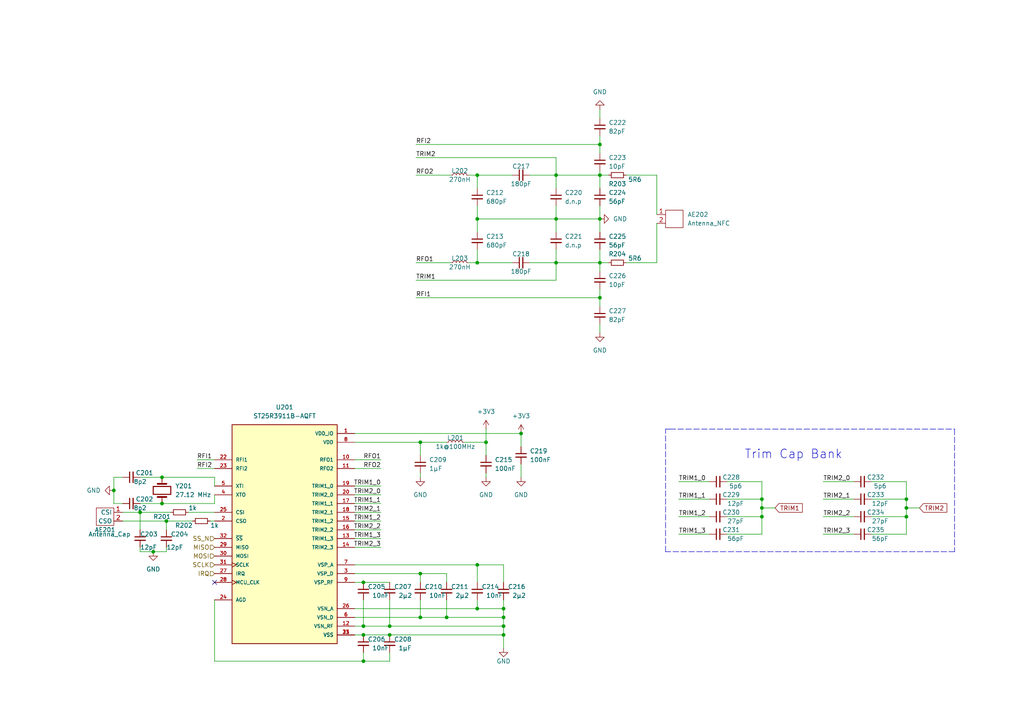
<source format=kicad_sch>
(kicad_sch (version 20211123) (generator eeschema)
  (paper "A4")
  (title_block (title "FabReader2") (date "2022-06-20") (rev "0.2") (company "RLKM UG (haftungsbeschränkt)") (comment 1 "Autoren: Joseph Langosch, Kai Kriegel"))
  (lib_symbols
    (symbol "Antenna_NFC:Antenna_Cap" (in_bom no)
      (property "Reference" "AE" (at 0 0 0))
      (property "Value" "Antenna_Cap" (at 0 2.54 0))
      (symbol "Antenna_Cap_0_1"
        (rectangle (start -1.27 -1.27) (end 3.81 -6.35))
      )
      (symbol "Antenna_Cap_1_1"
        (pin input line (at -3.81 -5.08 0) (length 2.54) (name "CSI") (number "1"))
        (pin input line (at -3.81 -2.54 0) (length 2.54) (name "CSO") (number "2"))
      )
    )
    (symbol "Antenna_NFC:Antenna_NFC" (in_bom no)
      (property "Reference" "AE" (at 0 0 0))
      (property "Value" "Antenna_NFC" (at 0 2.54 0))
      (symbol "Antenna_NFC_0_1"
        (rectangle (start 2.54 -7.62) (end -2.54 -2.54))
      )
      (symbol "Antenna_NFC_1_1"
        (pin input line (at -5.08 -3.81 0) (length 2.54) (name "") (number "1"))
        (pin input line (at -5.08 -6.35 0) (length 2.54) (name "") (number "2"))
      )
    )
    (symbol "Device:C_Small" (pin_numbers hide) (pin_names (offset 0.254) hide)
      (property "Reference" "C" (at 0.254 1.778 0))
      (property "Value" "C_Small" (at 0.254 -2.032 0))
      (symbol "C_Small_0_1"
        (polyline (pts (xy -1.524 -0.508) (xy 1.524 -0.508)) (stroke (width 0.3302)))
        (polyline (pts (xy -1.524 0.508) (xy 1.524 0.508)) (stroke (width 0.3048)))
      )
      (symbol "C_Small_1_1"
        (pin passive line (at 0 2.54 270) (length 2.032) (name "~") (number "1"))
        (pin passive line (at 0 -2.54 90) (length 2.032) (name "~") (number "2"))
      )
    )
    (symbol "Device:Crystal" (pin_numbers hide) (pin_names (offset 1.016) hide)
      (property "Reference" "Y" (at 0 3.81 0))
      (property "Value" "Crystal" (at 0 -3.81 0))
      (symbol "Crystal_0_1"
        (rectangle (start -1.143 2.54) (end 1.143 -2.54) (stroke (width 0.3048)))
        (polyline (pts (xy -2.54 0) (xy -1.905 0)))
        (polyline (pts (xy -1.905 -1.27) (xy -1.905 1.27)) (stroke (width 0.508)))
        (polyline (pts (xy 1.905 -1.27) (xy 1.905 1.27)) (stroke (width 0.508)))
        (polyline (pts (xy 2.54 0) (xy 1.905 0)))
      )
      (symbol "Crystal_1_1"
        (pin passive line (at -3.81 0 0) (length 1.27) (name "1") (number "1"))
        (pin passive line (at 3.81 0 180) (length 1.27) (name "2") (number "2"))
      )
    )
    (symbol "Device:L_Small" (pin_numbers hide) (pin_names (offset 0.254) hide)
      (property "Reference" "L" (at 0.762 1.016 0))
      (property "Value" "L_Small" (at 0.762 -1.016 0))
      (symbol "L_Small_0_1"
        (arc (start 0 -2.032) (mid 0.508 -1.524) (end 0 -1.016))
        (arc (start 0 -1.016) (mid 0.508 -0.508) (end 0 0))
        (arc (start 0 0) (mid 0.508 0.508) (end 0 1.016))
        (arc (start 0 1.016) (mid 0.508 1.524) (end 0 2.032))
      )
      (symbol "L_Small_1_1"
        (pin passive line (at 0 2.54 270) (length 0.508) (name "~") (number "1"))
        (pin passive line (at 0 -2.54 90) (length 0.508) (name "~") (number "2"))
      )
    )
    (symbol "Device:R_Small" (pin_numbers hide) (pin_names (offset 0.254) hide)
      (property "Reference" "R" (at 0.762 0.508 0))
      (property "Value" "R_Small" (at 0.762 -1.016 0))
      (symbol "R_Small_0_1"
        (rectangle (start -0.762 1.778) (end 0.762 -1.778) (stroke (width 0.2032)))
      )
      (symbol "R_Small_1_1"
        (pin passive line (at 0 2.54 270) (length 0.762) (name "~") (number "1"))
        (pin passive line (at 0 -2.54 90) (length 0.762) (name "~") (number "2"))
      )
    )
    (symbol "ST25R3911B-AQFT:ST25R3911B-AQFT" (pin_names (offset 1.016))
      (property "Reference" "U" (at -15.24 31.242 0))
      (property "Value" "ST25R3911B-AQFT" (at -15.24 -35.56 0))
      (symbol "ST25R3911B-AQFT_0_0"
        (rectangle (start -15.24 -33.02) (end 15.24 30.48) (stroke (width 0.254)) (fill (type background)))
        (pin power_in line (at 20.32 27.94 180) (length 5.08) (name "VDD_IO") (number "1"))
        (pin output line (at 20.32 20.32 180) (length 5.08) (name "RFO1") (number "10"))
        (pin output line (at 20.32 17.78 180) (length 5.08) (name "RFO2") (number "11"))
        (pin power_in line (at 20.32 -27.94 180) (length 5.08) (name "VSN_RF") (number "12"))
        (pin bidirectional line (at 20.32 -2.54 180) (length 5.08) (name "TRIM1_3") (number "13"))
        (pin bidirectional line (at 20.32 -5.08 180) (length 5.08) (name "TRIM2_3") (number "14"))
        (pin bidirectional line (at 20.32 2.54 180) (length 5.08) (name "TRIM1_2") (number "15"))
        (pin bidirectional line (at 20.32 0 180) (length 5.08) (name "TRIM2_2") (number "16"))
        (pin bidirectional line (at 20.32 7.62 180) (length 5.08) (name "TRIM1_1") (number "17"))
        (pin bidirectional line (at 20.32 5.08 180) (length 5.08) (name "TRIM2_1") (number "18"))
        (pin bidirectional line (at 20.32 12.7 180) (length 5.08) (name "TRIM1_0") (number "19"))
        (pin output line (at -20.32 2.54 0) (length 5.08) (name "CSO") (number "2"))
        (pin bidirectional line (at 20.32 10.16 180) (length 5.08) (name "TRIM2_0") (number "20"))
        (pin power_in line (at 20.32 -30.48 180) (length 5.08) (name "VSS") (number "21"))
        (pin input line (at -20.32 20.32 0) (length 5.08) (name "RFI1") (number "22"))
        (pin input line (at -20.32 17.78 0) (length 5.08) (name "RFI2") (number "23"))
        (pin bidirectional line (at -20.32 -20.32 0) (length 5.08) (name "AGD") (number "24"))
        (pin input line (at -20.32 5.08 0) (length 5.08) (name "CSI") (number "25"))
        (pin power_in line (at 20.32 -22.86 180) (length 5.08) (name "VSN_A") (number "26"))
        (pin output line (at -20.32 -12.7 0) (length 5.08) (name "IRQ") (number "27"))
        (pin output clock (at -20.32 -15.24 0) (length 5.08) (name "MCU_CLK") (number "28"))
        (pin output line (at -20.32 -5.08 0) (length 5.08) (name "MISO") (number "29"))
        (pin output line (at 20.32 -12.7 180) (length 5.08) (name "VSP_D") (number "3"))
        (pin input line (at -20.32 -7.62 0) (length 5.08) (name "MOSI") (number "30"))
        (pin input clock (at -20.32 -10.16 0) (length 5.08) (name "SCLK") (number "31"))
        (pin input line (at -20.32 -2.54 0) (length 5.08) (name "~{SS}") (number "32"))
        (pin power_in line (at 20.32 -30.48 180) (length 5.08) (name "VSS") (number "33"))
        (pin output line (at -20.32 10.16 0) (length 5.08) (name "XTO") (number "4"))
        (pin input line (at -20.32 12.7 0) (length 5.08) (name "XTI") (number "5"))
        (pin power_in line (at 20.32 -25.4 180) (length 5.08) (name "VSN_D") (number "6"))
        (pin output line (at 20.32 -10.16 180) (length 5.08) (name "VSP_A") (number "7"))
        (pin power_in line (at 20.32 25.4 180) (length 5.08) (name "VDD") (number "8"))
        (pin output line (at 20.32 -15.24 180) (length 5.08) (name "VSP_RF") (number "9"))
      )
    )
    (symbol "power:+3V3" (power) (pin_names (offset 0))
      (property "Value" "+3V3" (at 0 3.556 0))
      (symbol "+3V3_0_1"
        (polyline (pts (xy -0.762 1.27) (xy 0 2.54)))
        (polyline (pts (xy 0 0) (xy 0 2.54)))
        (polyline (pts (xy 0 2.54) (xy 0.762 1.27)))
      )
      (symbol "+3V3_1_1"
        (pin power_in line (at 0 0 90) (length 0) hide (name "+3V3") (number "1"))
      )
    )
    (symbol "power:GND" (power) (pin_names (offset 0))
      (property "Value" "GND" (at 0 -3.81 0))
      (symbol "GND_0_1"
        (polyline (pts (xy 0 0) (xy 0 -1.27) (xy 1.27 -1.27) (xy 0 -2.54) (xy -1.27 -1.27) (xy 0 -1.27)))
      )
      (symbol "GND_1_1"
        (pin power_in line (at 0 0 270) (length 0) hide (name "GND") (number "1"))
      )
    )
  )
  (junction (at 173.99 41.91))
  (junction (at 220.98 149.86))
  (junction (at 48.26 151.13))
  (junction (at 220.98 144.78))
  (junction (at 46.99 146.05))
  (junction (at 121.92 166.37))
  (junction (at 173.99 76.2))
  (junction (at 173.99 63.5))
  (junction (at 161.29 50.8))
  (junction (at 146.05 181.61))
  (junction (at 121.92 128.27))
  (junction (at 146.05 176.53))
  (junction (at 33.02 142.24))
  (junction (at 262.89 149.86))
  (junction (at 220.98 147.32))
  (junction (at 138.43 50.8))
  (junction (at 146.05 179.07))
  (junction (at 105.41 191.77))
  (junction (at 138.43 163.83))
  (junction (at 113.03 184.15))
  (junction (at 151.13 125.73))
  (junction (at 161.29 63.5))
  (junction (at 173.99 50.8))
  (junction (at 138.43 63.5))
  (junction (at 138.43 76.2))
  (junction (at 105.41 181.61))
  (junction (at 105.41 168.91))
  (junction (at 140.97 128.27))
  (junction (at 105.41 184.15))
  (junction (at 138.43 176.53))
  (junction (at 121.92 179.07))
  (junction (at 129.54 179.07))
  (junction (at 161.29 76.2))
  (junction (at 146.05 184.15))
  (junction (at 173.99 86.36))
  (junction (at 113.03 181.61))
  (junction (at 44.45 160.02))
  (junction (at 46.99 138.43))
  (junction (at 40.64 148.59))
  (junction (at 262.89 144.78))
  (junction (at 262.89 147.32))
  (no_connect (at 62.23 168.91))
  (wire (pts (xy 196.85 149.86) (xy 205.74 149.86)))
  (wire (pts (xy 54.61 148.59) (xy 62.23 148.59)))
  (wire (pts (xy 113.03 181.61) (xy 146.05 181.61)))
  (wire (pts (xy 262.89 144.78) (xy 262.89 139.7)))
  (wire (pts (xy 105.41 173.99) (xy 105.41 181.61)))
  (wire (pts (xy 210.82 149.86) (xy 220.98 149.86)))
  (wire (pts (xy 33.02 146.05) (xy 35.56 146.05)))
  (wire (pts (xy 110.49 146.05) (xy 102.87 146.05)))
  (wire (pts (xy 120.65 50.8) (xy 130.81 50.8)))
  (wire (pts (xy 161.29 76.2) (xy 173.99 76.2)))
  (wire (pts (xy 146.05 168.91) (xy 146.05 163.83)))
  (wire (pts (xy 238.76 149.86) (xy 247.65 149.86)))
  (wire (pts (xy 40.64 138.43) (xy 46.99 138.43)))
  (wire (pts (xy 110.49 156.21) (xy 102.87 156.21)))
  (wire (pts (xy 121.92 132.08) (xy 121.92 128.27)))
  (wire (pts (xy 129.54 179.07) (xy 146.05 179.07)))
  (wire (pts (xy 129.54 173.99) (xy 129.54 179.07)))
  (wire (pts (xy 173.99 39.37) (xy 173.99 41.91)))
  (wire (pts (xy 120.65 45.72) (xy 161.29 45.72)))
  (wire (pts (xy 138.43 76.2) (xy 148.59 76.2)))
  (wire (pts (xy 140.97 128.27) (xy 134.62 128.27)))
  (wire (pts (xy 220.98 147.32) (xy 224.79 147.32)))
  (wire (pts (xy 138.43 176.53) (xy 146.05 176.53)))
  (wire (pts (xy 35.56 148.59) (xy 40.64 148.59)))
  (wire (pts (xy 40.64 158.75) (xy 40.64 160.02)))
  (wire (pts (xy 102.87 168.91) (xy 105.41 168.91)))
  (wire (pts (xy 220.98 154.94) (xy 220.98 149.86)))
  (wire (pts (xy 146.05 173.99) (xy 146.05 176.53)))
  (wire (pts (xy 110.49 151.13) (xy 102.87 151.13)))
  (wire (pts (xy 151.13 134.62) (xy 151.13 138.43)))
  (wire (pts (xy 238.76 144.78) (xy 247.65 144.78)))
  (wire (pts (xy 138.43 63.5) (xy 161.29 63.5)))
  (wire (pts (xy 57.15 133.35) (xy 62.23 133.35)))
  (wire (pts (xy 252.73 154.94) (xy 262.89 154.94)))
  (wire (pts (xy 135.89 76.2) (xy 138.43 76.2)))
  (wire (pts (xy 33.02 138.43) (xy 35.56 138.43)))
  (wire (pts (xy 190.5 50.8) (xy 181.61 50.8)))
  (wire (pts (xy 153.67 50.8) (xy 161.29 50.8)))
  (wire (pts (xy 146.05 181.61) (xy 146.05 184.15)))
  (wire (pts (xy 140.97 132.08) (xy 140.97 128.27)))
  (wire (pts (xy 196.85 139.7) (xy 205.74 139.7)))
  (wire (pts (xy 151.13 129.54) (xy 151.13 125.73)))
  (wire (pts (xy 113.03 184.15) (xy 146.05 184.15)))
  (wire (pts (xy 138.43 50.8) (xy 138.43 54.61)))
  (wire (pts (xy 129.54 166.37) (xy 121.92 166.37)))
  (wire (pts (xy 161.29 50.8) (xy 161.29 54.61)))
  (wire (pts (xy 173.99 72.39) (xy 173.99 76.2)))
  (wire (pts (xy 190.5 64.77) (xy 190.5 76.2)))
  (wire (pts (xy 173.99 59.69) (xy 173.99 63.5)))
  (wire (pts (xy 121.92 179.07) (xy 129.54 179.07)))
  (wire (pts (xy 161.29 63.5) (xy 161.29 67.31)))
  (wire (pts (xy 113.03 191.77) (xy 105.41 191.77)))
  (wire (pts (xy 46.99 146.05) (xy 62.23 146.05)))
  (wire (pts (xy 262.89 154.94) (xy 262.89 149.86)))
  (wire (pts (xy 140.97 124.46) (xy 140.97 128.27)))
  (wire (pts (xy 48.26 151.13) (xy 55.88 151.13)))
  (wire (pts (xy 173.99 63.5) (xy 173.99 67.31)))
  (wire (pts (xy 102.87 179.07) (xy 121.92 179.07)))
  (wire (pts (xy 110.49 158.75) (xy 102.87 158.75)))
  (wire (pts (xy 129.54 168.91) (xy 129.54 166.37)))
  (wire (pts (xy 40.64 160.02) (xy 44.45 160.02)))
  (wire (pts (xy 173.99 50.8) (xy 173.99 49.53)))
  (wire (pts (xy 238.76 154.94) (xy 247.65 154.94)))
  (wire (pts (xy 140.97 137.16) (xy 140.97 138.43)))
  (wire (pts (xy 262.89 149.86) (xy 262.89 147.32)))
  (wire (pts (xy 102.87 176.53) (xy 138.43 176.53)))
  (wire (pts (xy 252.73 149.86) (xy 262.89 149.86)))
  (polyline (pts (xy 194.31 124.46) (xy 276.86 124.46)))
  (wire (pts (xy 173.99 50.8) (xy 173.99 54.61)))
  (polyline (pts (xy 276.86 160.02) (xy 193.04 160.02)))
  (polyline (pts (xy 276.86 124.46) (xy 276.86 160.02)))
  (wire (pts (xy 113.03 189.23) (xy 113.03 191.77)))
  (wire (pts (xy 262.89 139.7) (xy 252.73 139.7)))
  (wire (pts (xy 60.96 151.13) (xy 62.23 151.13)))
  (wire (pts (xy 176.53 76.2) (xy 173.99 76.2)))
  (wire (pts (xy 196.85 154.94) (xy 205.74 154.94)))
  (wire (pts (xy 173.99 86.36) (xy 173.99 88.9)))
  (wire (pts (xy 120.65 81.28) (xy 161.29 81.28)))
  (wire (pts (xy 102.87 184.15) (xy 105.41 184.15)))
  (wire (pts (xy 161.29 59.69) (xy 161.29 63.5)))
  (wire (pts (xy 105.41 181.61) (xy 113.03 181.61)))
  (wire (pts (xy 110.49 140.97) (xy 102.87 140.97)))
  (wire (pts (xy 161.29 76.2) (xy 161.29 81.28)))
  (wire (pts (xy 173.99 93.98) (xy 173.99 96.52)))
  (wire (pts (xy 238.76 139.7) (xy 247.65 139.7)))
  (wire (pts (xy 120.65 76.2) (xy 130.81 76.2)))
  (wire (pts (xy 62.23 191.77) (xy 62.23 173.99)))
  (wire (pts (xy 113.03 173.99) (xy 113.03 181.61)))
  (wire (pts (xy 40.64 148.59) (xy 40.64 153.67)))
  (wire (pts (xy 110.49 153.67) (xy 102.87 153.67)))
  (wire (pts (xy 220.98 149.86) (xy 220.98 147.32)))
  (wire (pts (xy 121.92 173.99) (xy 121.92 179.07)))
  (polyline (pts (xy 193.04 160.02) (xy 193.04 124.46)))
  (wire (pts (xy 62.23 146.05) (xy 62.23 143.51)))
  (wire (pts (xy 57.15 135.89) (xy 62.23 135.89)))
  (wire (pts (xy 102.87 133.35) (xy 110.49 133.35)))
  (wire (pts (xy 138.43 50.8) (xy 148.59 50.8)))
  (wire (pts (xy 262.89 147.32) (xy 262.89 144.78)))
  (wire (pts (xy 105.41 191.77) (xy 62.23 191.77)))
  (wire (pts (xy 33.02 142.24) (xy 33.02 146.05)))
  (wire (pts (xy 35.56 151.13) (xy 48.26 151.13)))
  (wire (pts (xy 102.87 181.61) (xy 105.41 181.61)))
  (wire (pts (xy 44.45 160.02) (xy 48.26 160.02)))
  (wire (pts (xy 210.82 144.78) (xy 220.98 144.78)))
  (wire (pts (xy 252.73 144.78) (xy 262.89 144.78)))
  (wire (pts (xy 173.99 41.91) (xy 173.99 44.45)))
  (wire (pts (xy 40.64 148.59) (xy 49.53 148.59)))
  (wire (pts (xy 153.67 76.2) (xy 161.29 76.2)))
  (wire (pts (xy 138.43 163.83) (xy 138.43 168.91)))
  (wire (pts (xy 161.29 72.39) (xy 161.29 76.2)))
  (wire (pts (xy 181.61 76.2) (xy 190.5 76.2)))
  (wire (pts (xy 135.89 50.8) (xy 138.43 50.8)))
  (wire (pts (xy 46.99 138.43) (xy 62.23 138.43)))
  (wire (pts (xy 105.41 189.23) (xy 105.41 191.77)))
  (wire (pts (xy 110.49 148.59) (xy 102.87 148.59)))
  (wire (pts (xy 105.41 184.15) (xy 113.03 184.15)))
  (wire (pts (xy 62.23 140.97) (xy 62.23 138.43)))
  (wire (pts (xy 33.02 138.43) (xy 33.02 142.24)))
  (wire (pts (xy 210.82 154.94) (xy 220.98 154.94)))
  (wire (pts (xy 196.85 144.78) (xy 205.74 144.78)))
  (wire (pts (xy 161.29 50.8) (xy 161.29 45.72)))
  (wire (pts (xy 146.05 163.83) (xy 138.43 163.83)))
  (wire (pts (xy 138.43 173.99) (xy 138.43 176.53)))
  (wire (pts (xy 120.65 41.91) (xy 173.99 41.91)))
  (wire (pts (xy 121.92 137.16) (xy 121.92 138.43)))
  (wire (pts (xy 161.29 50.8) (xy 173.99 50.8)))
  (wire (pts (xy 102.87 128.27) (xy 121.92 128.27)))
  (wire (pts (xy 102.87 166.37) (xy 121.92 166.37)))
  (wire (pts (xy 146.05 176.53) (xy 146.05 179.07)))
  (wire (pts (xy 173.99 31.75) (xy 173.99 34.29)))
  (wire (pts (xy 102.87 163.83) (xy 138.43 163.83)))
  (wire (pts (xy 220.98 139.7) (xy 210.82 139.7)))
  (wire (pts (xy 173.99 76.2) (xy 173.99 78.74)))
  (wire (pts (xy 110.49 143.51) (xy 102.87 143.51)))
  (wire (pts (xy 220.98 147.32) (xy 220.98 144.78)))
  (wire (pts (xy 102.87 135.89) (xy 110.49 135.89)))
  (wire (pts (xy 138.43 63.5) (xy 138.43 67.31)))
  (wire (pts (xy 121.92 128.27) (xy 129.54 128.27)))
  (wire (pts (xy 190.5 50.8) (xy 190.5 62.23)))
  (wire (pts (xy 138.43 72.39) (xy 138.43 76.2)))
  (wire (pts (xy 146.05 184.15) (xy 146.05 187.96)))
  (wire (pts (xy 176.53 50.8) (xy 173.99 50.8)))
  (wire (pts (xy 105.41 168.91) (xy 113.03 168.91)))
  (wire (pts (xy 120.65 86.36) (xy 173.99 86.36)))
  (wire (pts (xy 220.98 144.78) (xy 220.98 139.7)))
  (wire (pts (xy 121.92 168.91) (xy 121.92 166.37)))
  (wire (pts (xy 173.99 83.82) (xy 173.99 86.36)))
  (wire (pts (xy 48.26 160.02) (xy 48.26 158.75)))
  (wire (pts (xy 146.05 179.07) (xy 146.05 181.61)))
  (wire (pts (xy 40.64 146.05) (xy 46.99 146.05)))
  (polyline (pts (xy 193.04 124.46) (xy 194.31 124.46)))
  (wire (pts (xy 262.89 147.32) (xy 266.7 147.32)))
  (wire (pts (xy 138.43 59.69) (xy 138.43 63.5)))
  (wire (pts (xy 48.26 153.67) (xy 48.26 151.13)))
  (wire (pts (xy 102.87 125.73) (xy 151.13 125.73)))
  (wire (pts (xy 161.29 63.5) (xy 173.99 63.5)))
  (text "Trim Cap Bank\n" (at 215.9 133.35 0) (effects (font (size 2.54 2.54)) (justify left bottom)))
  (label "TRIM1_2" (at 110.49 151.13 180))
  (label "RFO1" (at 110.49 133.35 180))
  (label "TRIM1_3" (at 196.85 154.94 0))
  (label "TRIM2_0" (at 238.76 139.7 0))
  (label "TRIM2" (at 120.65 45.72 0))
  (label "RFI1" (at 120.65 86.36 0))
  (label "TRIM2_1" (at 110.49 148.59 180))
  (label "TRIM2_3" (at 110.49 158.75 180))
  (label "TRIM1_0" (at 110.49 140.97 180))
  (label "TRIM2_3" (at 238.76 154.94 0))
  (label "TRIM1_1" (at 110.49 146.05 180))
  (label "TRIM1_0" (at 196.85 139.7 0))
  (label "RFI2" (at 120.65 41.91 0))
  (label "RFI2" (at 57.15 135.89 0))
  (label "TRIM2_0" (at 110.49 143.51 180))
  (label "TRIM1_3" (at 110.49 156.21 180))
  (label "TRIM1_1" (at 196.85 144.78 0))
  (label "RFO2" (at 120.65 50.8 0))
  (label "TRIM2_1" (at 238.76 144.78 0))
  (label "TRIM1_2" (at 196.85 149.86 0))
  (label "TRIM2_2" (at 110.49 153.67 180))
  (label "RFO2" (at 110.49 135.89 180))
  (label "RFI1" (at 57.15 133.35 0))
  (label "TRIM1" (at 120.65 81.28 0))
  (label "RFO1" (at 120.65 76.2 0))
  (label "TRIM2_2" (at 238.76 149.86 0))
  (global_label "TRIM2" (shape input) (at 266.7 147.32 0) (property "Intersheet References" "${INTERSHEET_REFS}" (effects hide)))
  (global_label "TRIM1" (shape input) (at 224.79 147.32 0) (property "Intersheet References" "${INTERSHEET_REFS}" (effects hide)))
  (hierarchical_label "SCLK" (shape input) (at 62.23 163.83 180))
  (hierarchical_label "IRQ" (shape input) (at 62.23 166.37 180))
  (hierarchical_label "MOSI" (shape input) (at 62.23 161.29 180))
  (hierarchical_label "SS_N" (shape input) (at 62.23 156.21 180))
  (hierarchical_label "MISO" (shape input) (at 62.23 158.75 180))
  (symbol (lib_id "Device:C_Small") (at 173.99 46.99 0) (unit 1)
    (property "Reference" "C223" (at 176.53 45.7262 0) (effects (justify left)))
    (property "Value" "10pF" (at 176.53 48.2662 0) (effects (justify left)))
    (property "Footprint" "Capacitor_SMD:C_0603_1608Metric" (effects hide))
    (property "Datasheet" "https://datasheet.lcsc.com/lcsc/1811082051_YAGEO-CC0603GRNPO9BN100_C325468.pdf" (effects hide))
    (property "MANUFACTURER" "YAGEO" (effects hide))
    (property "MPN" "CC0603GRNPO9BN100" (effects hide))
    (property "Type" "C0G (NP0)" (effects hide))
  )
  (symbol (lib_id "Device:C_Small") (at 38.1 138.43 90) (unit 1)
    (property "Reference" "C201" (at 41.91 137.16 90))
    (property "Value" "8p2" (at 40.64 139.7 90))
    (property "Footprint" "Capacitor_SMD:C_0402_1005Metric" (effects hide))
    (property "Datasheet" "https://datasheet.lcsc.com/lcsc/1811081615_Murata-Electronics-GRM1555C1H8R2CA01D_C76984.pdf" (effects hide))
    (property "MANUFACTURER" "Murata Electronics" (effects hide))
    (property "MPN" "GRM1555C1H8R2CA01D" (effects hide))
    (property "Type" "C0G (NP0)" (effects hide))
  )
  (symbol (lib_id "power:GND") (at 173.99 63.5 90) (unit 1)
    (property "Reference" "#PWR0210" (effects hide))
    (property "Value" "GND" (at 177.8 63.4999 90) (effects (justify right)))
  )
  (symbol (lib_id "Device:C_Small") (at 138.43 171.45 0) (unit 1)
    (property "Reference" "C214" (at 139.7 170.18 0) (effects (justify left)))
    (property "Value" "10nF" (at 140.97 172.7262 0) (effects (justify left)))
    (property "Footprint" "Capacitor_SMD:C_0402_1005Metric" (effects hide))
    (property "Datasheet" "https://datasheet.lcsc.com/lcsc/1810191223_Samsung-Electro-Mechanics-CL05B103KB5NNNC_C15195.pdf" (effects hide))
    (property "Type" "X7R" (effects hide))
    (property "MANUFACTURER" "Samsung Electro-Mechanics" (effects hide))
    (property "MPN" "CL05B103KB5NNNC" (effects hide))
  )
  (symbol (lib_id "Device:C_Small") (at 121.92 171.45 0) (unit 1)
    (property "Reference" "C210" (at 123.19 170.18 0) (effects (justify left)))
    (property "Value" "10nF" (at 124.46 172.7262 0) (effects (justify left)))
    (property "Footprint" "Capacitor_SMD:C_0402_1005Metric" (effects hide))
    (property "Datasheet" "https://datasheet.lcsc.com/lcsc/1810191223_Samsung-Electro-Mechanics-CL05B103KB5NNNC_C15195.pdf" (effects hide))
    (property "Type" "X7R" (effects hide))
    (property "MANUFACTURER" "Samsung Electro-Mechanics" (effects hide))
    (property "MPN" "CL05B103KB5NNNC" (effects hide))
  )
  (symbol (lib_id "power:GND") (at 44.45 160.02 0) (unit 1)
    (property "Reference" "#PWR0202" (effects hide))
    (property "Value" "GND" (at 44.45 165.1 0))
  )
  (symbol (lib_id "Device:C_Small") (at 151.13 50.8 90) (unit 1)
    (property "Reference" "C217" (at 151.13 48.26 90))
    (property "Value" "180pF" (at 151.13 53.34 90))
    (property "Footprint" "Capacitor_SMD:C_0603_1608Metric" (effects hide))
    (property "Datasheet" "https://datasheet.lcsc.com/lcsc/2110272130_Walsin-Tech-Corp-0603N181G500CT_C2909436.pdf" (effects hide))
    (property "MANUFACTURER" "Walsin Tech Corp" (effects hide))
    (property "MPN" "0603N181G500CT" (effects hide))
    (property "Type" "C0G (NP0)" (effects hide))
  )
  (symbol (lib_id "Device:C_Small") (at 146.05 171.45 0) (unit 1)
    (property "Reference" "C216" (at 147.32 170.18 0) (effects (justify left)))
    (property "Value" "2µ2" (at 148.59 172.7262 0) (effects (justify left)))
    (property "Footprint" "Capacitor_SMD:C_0402_1005Metric" (effects hide))
    (property "Datasheet" "https://datasheet.lcsc.com/lcsc/1811021410_Samsung-Electro-Mechanics-CL05A225MQ5NSNC_C12530.pdf" (effects hide))
    (property "Type" "X5R" (effects hide))
    (property "MANUFACTURER" "Samsung Electro-Mechanics" (effects hide))
    (property "MPN" "CL05A225MQ5NSNC" (effects hide))
  )
  (symbol (lib_id "Device:C_Small") (at 138.43 57.15 0) (unit 1)
    (property "Reference" "C212" (at 140.97 55.8862 0) (effects (justify left)))
    (property "Value" "680pF" (at 140.97 58.4262 0) (effects (justify left)))
    (property "Footprint" "Capacitor_SMD:C_0603_1608Metric" (effects hide))
    (property "Datasheet" "https://datasheet.lcsc.com/lcsc/1811151147_Walsin-Tech-Corp-0603N681G500CT_C303827.pdf" (effects hide))
    (property "MANUFACTURER" "Walsin Tech Corp" (effects hide))
    (property "MPN" "0603N681G500CT" (effects hide))
    (property "Type" "C0G (NP0)" (effects hide))
  )
  (symbol (lib_id "Device:C_Small") (at 121.92 134.62 0) (unit 1)
    (property "Reference" "C209" (at 124.46 133.3562 0) (effects (justify left)))
    (property "Value" "1µF" (at 124.46 135.8962 0) (effects (justify left)))
    (property "Footprint" "Capacitor_SMD:C_0402_1005Metric" (effects hide))
    (property "Datasheet" "https://datasheet.lcsc.com/lcsc/1811081616_Murata-Electronics-GRM155R61E105KA12D_C77009.pdf" (effects hide))
    (property "Type" "X5R" (effects hide))
    (property "MANUFACTURER" "Murata Electronics" (effects hide))
    (property "MPN" "GRM155R61E105KA12D" (effects hide))
  )
  (symbol (lib_id "Device:C_Small") (at 151.13 76.2 90) (unit 1)
    (property "Reference" "C218" (at 151.13 73.66 90))
    (property "Value" "180pF" (at 151.13 78.74 90))
    (property "Footprint" "Capacitor_SMD:C_0603_1608Metric" (effects hide))
    (property "Datasheet" "https://datasheet.lcsc.com/lcsc/2110272130_Walsin-Tech-Corp-0603N181G500CT_C2909436.pdf" (effects hide))
    (property "MANUFACTURER" "Walsin Tech Corp" (effects hide))
    (property "MPN" "0603N181G500CT" (effects hide))
    (property "Type" "C0G (NP0)" (effects hide))
  )
  (symbol (lib_id "power:GND") (at 151.13 138.43 0) (unit 1)
    (property "Reference" "#PWR0208" (effects hide))
    (property "Value" "GND" (at 151.13 143.51 0))
  )
  (symbol (lib_id "Device:C_Small") (at 113.03 186.69 0) (unit 1)
    (property "Reference" "C208" (at 114.3 185.42 0) (effects (justify left)))
    (property "Value" "1µF" (at 115.57 187.9662 0) (effects (justify left)))
    (property "Footprint" "Capacitor_SMD:C_0402_1005Metric" (effects hide))
    (property "Datasheet" "https://datasheet.lcsc.com/lcsc/1811081616_Murata-Electronics-GRM155R61E105KA12D_C77009.pdf" (effects hide))
    (property "Type" "X5R" (effects hide))
    (property "MANUFACTURER" "Murata Electronics" (effects hide))
    (property "MPN" "GRM155R61E105KA12D" (effects hide))
  )
  (symbol (lib_id "Device:C_Small") (at 105.41 186.69 0) (unit 1)
    (property "Reference" "C206" (at 106.68 185.42 0) (effects (justify left)))
    (property "Value" "10nF" (at 107.95 187.9662 0) (effects (justify left)))
    (property "Footprint" "Capacitor_SMD:C_0402_1005Metric" (effects hide))
    (property "Datasheet" "https://datasheet.lcsc.com/lcsc/1810191223_Samsung-Electro-Mechanics-CL05B103KB5NNNC_C15195.pdf" (effects hide))
    (property "Type" "X7R" (effects hide))
    (property "MANUFACTURER" "Samsung Electro-Mechanics" (effects hide))
    (property "MPN" "CL05B103KB5NNNC" (effects hide))
  )
  (symbol (lib_id "Device:R_Small") (at 179.07 50.8 90) (unit 1)
    (property "Reference" "R203" (at 179.07 53.34 90))
    (property "Value" "5R6" (at 184.15 52.07 90))
    (property "Footprint" "Resistor_SMD:R_0603_1608Metric" (effects hide))
    (property "Datasheet" "https://datasheet.lcsc.com/lcsc/2206010116_UNI-ROYAL-Uniroyal-Elec-0603WAF560KT5E_C23191.pdf" (effects hide))
    (property "MANUFACTURER" "UNI-ROYAL(Uniroyal Elec)" (effects hide))
    (property "MPN" "0603WAF560KT5E" (effects hide))
  )
  (symbol (lib_id "Device:C_Small") (at 208.28 144.78 90) (unit 1)
    (property "Reference" "C229" (at 212.09 143.51 90))
    (property "Value" "12pF" (at 213.36 146.05 90))
    (property "Footprint" "Capacitor_SMD:C_0402_1005Metric" (effects hide))
    (property "Datasheet" "https://datasheet.lcsc.com/lcsc/1811081530_Murata-Electronics-GJM1555C1H120GB01D_C161305.pdf" (effects hide))
    (property "MANUFACTURER" "Murata Electronics" (effects hide))
    (property "MPN" "GJM1555C1H120GB01D" (effects hide))
    (property "Type" "C0G (NP0)" (effects hide))
  )
  (symbol (lib_id "Device:C_Small") (at 138.43 69.85 0) (unit 1)
    (property "Reference" "C213" (at 140.97 68.5862 0) (effects (justify left)))
    (property "Value" "680pF" (at 140.97 71.1262 0) (effects (justify left)))
    (property "Footprint" "Capacitor_SMD:C_0603_1608Metric" (effects hide))
    (property "Datasheet" "https://datasheet.lcsc.com/lcsc/1811151147_Walsin-Tech-Corp-0603N681G500CT_C303827.pdf" (effects hide))
    (property "MANUFACTURER" "Walsin Tech Corp" (effects hide))
    (property "MPN" "0603N681G500CT" (effects hide))
    (property "Type" "C0G (NP0)" (effects hide))
  )
  (symbol (lib_id "power:GND") (at 33.02 142.24 270) (unit 1)
    (property "Reference" "#PWR0201" (effects hide))
    (property "Value" "GND" (at 29.21 142.2399 90) (effects (justify right)))
  )
  (symbol (lib_id "Device:C_Small") (at 140.97 134.62 0) (unit 1)
    (property "Reference" "C215" (at 143.51 133.3562 0) (effects (justify left)))
    (property "Value" "100nF" (at 143.51 135.8962 0) (effects (justify left)))
    (property "Footprint" "Capacitor_SMD:C_0402_1005Metric" (effects hide))
    (property "Datasheet" "https://datasheet.lcsc.com/lcsc/2006151134_YAGEO-CC0402KRX5R5BB104_C541405.pdf" (effects hide))
    (property "Type" "X5R" (effects hide))
    (property "MANUFACTURER" "YAGEO" (effects hide))
    (property "MPN" "CC0402KRX5R5BB104" (effects hide))
  )
  (symbol (lib_id "power:GND") (at 173.99 96.52 0) (unit 1)
    (property "Reference" "#PWR0211" (effects hide))
    (property "Value" "GND" (at 173.99 101.6 0))
  )
  (symbol (lib_id "Device:C_Small") (at 151.13 132.08 0) (unit 1)
    (property "Reference" "C219" (at 153.67 130.8162 0) (effects (justify left)))
    (property "Value" "100nF" (at 153.67 133.3562 0) (effects (justify left)))
    (property "Footprint" "Capacitor_SMD:C_0402_1005Metric" (effects hide))
    (property "Datasheet" "https://datasheet.lcsc.com/lcsc/2006151134_YAGEO-CC0402KRX5R5BB104_C541405.pdf" (effects hide))
    (property "Type" "X5R" (effects hide))
    (property "MANUFACTURER" "YAGEO" (effects hide))
    (property "MPN" "CC0402KRX5R5BB104" (effects hide))
  )
  (symbol (lib_id "Device:C_Small") (at 208.28 154.94 90) (unit 1)
    (property "Reference" "C231" (at 212.09 153.67 90))
    (property "Value" "56pF" (at 213.36 156.21 90))
    (property "Footprint" "Capacitor_SMD:C_0402_1005Metric" (effects hide))
    (property "Datasheet" "https://datasheet.lcsc.com/lcsc/2005261832_YAGEO-CC0402GRNPO9BN560_C526989.pdf" (effects hide))
    (property "MANUFACTURER" "YAGEO" (effects hide))
    (property "MPN" "CC0402GRNPO9BN560" (effects hide))
    (property "Type" "C0G (NP0)" (effects hide))
  )
  (symbol (lib_id "Device:C_Small") (at 113.03 171.45 0) (unit 1)
    (property "Reference" "C207" (at 114.3 170.18 0) (effects (justify left)))
    (property "Value" "2µ2" (at 115.57 172.7262 0) (effects (justify left)))
    (property "Footprint" "Capacitor_SMD:C_0402_1005Metric" (effects hide))
    (property "Datasheet" "https://datasheet.lcsc.com/lcsc/1811021410_Samsung-Electro-Mechanics-CL05A225MQ5NSNC_C12530.pdf" (effects hide))
    (property "Type" "X5R" (effects hide))
    (property "MANUFACTURER" "Samsung Electro-Mechanics" (effects hide))
    (property "MPN" "CL05A225MQ5NSNC" (effects hide))
  )
  (symbol (lib_id "Device:C_Small") (at 38.1 146.05 90) (unit 1)
    (property "Reference" "C202" (at 41.91 144.78 90))
    (property "Value" "8p2" (at 40.64 147.32 90))
    (property "Footprint" "Capacitor_SMD:C_0402_1005Metric" (effects hide))
    (property "Datasheet" "https://datasheet.lcsc.com/lcsc/1811081615_Murata-Electronics-GRM1555C1H8R2CA01D_C76984.pdf" (effects hide))
    (property "MANUFACTURER" "Murata Electronics" (effects hide))
    (property "MPN" "GRM1555C1H8R2CA01D" (effects hide))
    (property "Type" "C0G (NP0)" (effects hide))
  )
  (symbol (lib_id "Device:L_Small") (at 133.35 76.2 90) (unit 1)
    (property "Reference" "L203" (at 133.35 74.93 90))
    (property "Value" "270nH" (at 133.35 77.47 90))
    (property "Footprint" "Inductor_SMD:L_0603_1608Metric" (effects hide))
    (property "Datasheet" "https://datasheet.lcsc.com/lcsc/2105241313_Murata-Electronics-LQW18ANR27G80D_C668477.pdf" (effects hide))
    (property "MANUFACTURER" "Murata Electronics" (effects hide))
    (property "MPN" "LQW18ANR27G80D" (effects hide))
  )
  (symbol (lib_id "power:+3V3") (at 140.97 124.46 0) (unit 1)
    (property "Reference" "#PWR0204" (effects hide))
    (property "Value" "+3V3" (at 140.97 119.38 0))
  )
  (symbol (lib_id "Device:L_Small") (at 133.35 50.8 90) (unit 1)
    (property "Reference" "L202" (at 133.35 49.53 90))
    (property "Value" "270nH" (at 133.35 52.07 90))
    (property "Footprint" "Inductor_SMD:L_0603_1608Metric" (effects hide))
    (property "Datasheet" "https://datasheet.lcsc.com/lcsc/2105241313_Murata-Electronics-LQW18ANR27G80D_C668477.pdf" (effects hide))
    (property "MANUFACTURER" "Murata Electronics" (effects hide))
    (property "MPN" "LQW18ANR27G80D" (effects hide))
  )
  (symbol (lib_id "Device:C_Small") (at 173.99 91.44 0) (unit 1)
    (property "Reference" "C227" (at 176.53 90.1762 0) (effects (justify left)))
    (property "Value" "82pF" (at 176.53 92.7162 0) (effects (justify left)))
    (property "Footprint" "Capacitor_SMD:C_0603_1608Metric" (effects hide))
    (property "Datasheet" "https://datasheet.lcsc.com/lcsc/2009261808_YAGEO-CC0603GRNPO0BN820_C576792.pdf" (effects hide))
    (property "MANUFACTURER" "YAGEO" (effects hide))
    (property "MPN" "CC0603GRNPO0BN820" (effects hide))
    (property "Type" "C0G (NP0)" (effects hide))
  )
  (symbol (lib_id "Device:C_Small") (at 129.54 171.45 0) (unit 1)
    (property "Reference" "C211" (at 130.81 170.18 0) (effects (justify left)))
    (property "Value" "2µ2" (at 132.08 172.7262 0) (effects (justify left)))
    (property "Footprint" "Capacitor_SMD:C_0402_1005Metric" (effects hide))
    (property "Datasheet" "https://datasheet.lcsc.com/lcsc/1811021410_Samsung-Electro-Mechanics-CL05A225MQ5NSNC_C12530.pdf" (effects hide))
    (property "Type" "X5R" (effects hide))
    (property "MANUFACTURER" "Samsung Electro-Mechanics" (effects hide))
    (property "MPN" "CL05A225MQ5NSNC" (effects hide))
  )
  (symbol (lib_id "Device:C_Small") (at 250.19 144.78 90) (unit 1)
    (property "Reference" "C233" (at 254 143.51 90))
    (property "Value" "12pF" (at 255.27 146.05 90))
    (property "Footprint" "Capacitor_SMD:C_0402_1005Metric" (effects hide))
    (property "Datasheet" "https://datasheet.lcsc.com/lcsc/1811081530_Murata-Electronics-GJM1555C1H120GB01D_C161305.pdf" (effects hide))
    (property "MANUFACTURER" "Murata Electronics" (effects hide))
    (property "MPN" "GJM1555C1H120GB01D" (effects hide))
    (property "Type" "C0G (NP0)" (effects hide))
  )
  (symbol (lib_id "Antenna_NFC:Antenna_NFC") (at 195.58 58.42 0) (unit 1) (in_bom no)
    (property "Reference" "AE202" (at 199.39 62.2299 0) (effects (justify left)))
    (property "Value" "Antenna_NFC" (at 199.39 64.7699 0) (effects (justify left)))
    (property "Footprint" "Antenna:Antenna_NFC" (effects hide))
  )
  (symbol (lib_id "Device:C_Small") (at 250.19 149.86 90) (unit 1)
    (property "Reference" "C234" (at 254 148.59 90))
    (property "Value" "27pF" (at 255.27 151.13 90))
    (property "Footprint" "Capacitor_SMD:C_0402_1005Metric" (effects hide))
    (property "Datasheet" "https://datasheet.lcsc.com/lcsc/2001171834_YAGEO-CC0402GRNPO9BN270_C114400.pdf" (effects hide))
    (property "MANUFACTURER" "YAGEO" (effects hide))
    (property "MPN" "CC0402GRNPO9BN270" (effects hide))
    (property "Type" "C0G (NP0)" (effects hide))
  )
  (symbol (lib_id "Device:L_Small") (at 132.08 128.27 90) (unit 1)
    (property "Reference" "L201" (at 132.08 127 90))
    (property "Value" "1k@100MHz" (at 132.08 129.54 90))
    (property "Footprint" "Inductor_SMD:L_0603_1608Metric" (effects hide))
    (property "Datasheet" "https://datasheet.lcsc.com/lcsc/1810311126_Murata-Electronics-BLM18AG102SN1D_C85824.pdf" (effects hide))
    (property "MANUFACTURER" "Murata Electronics" (effects hide))
    (property "MPN" "BLM18AG102SN1D" (effects hide))
  )
  (symbol (lib_id "power:GND") (at 121.92 138.43 0) (unit 1)
    (property "Reference" "#PWR0203" (effects hide))
    (property "Value" "GND" (at 121.92 143.51 0))
  )
  (symbol (lib_id "Device:C_Small") (at 173.99 57.15 0) (unit 1)
    (property "Reference" "C224" (at 176.53 55.8862 0) (effects (justify left)))
    (property "Value" "56pF" (at 176.53 58.4262 0) (effects (justify left)))
    (property "Footprint" "Capacitor_SMD:C_0603_1608Metric" (effects hide))
    (property "Datasheet" "https://datasheet.lcsc.com/lcsc/2008031233_YAGEO-CC0603GRNPO9BN560_C519456.pdf" (effects hide))
    (property "MANUFACTURER" "YAGEO" (effects hide))
    (property "MPN" "CC0603GRNPO9BN560" (effects hide))
    (property "Type" "C0G (NP0)" (effects hide))
  )
  (symbol (lib_id "power:GND") (at 146.05 187.96 0) (unit 1)
    (property "Reference" "#PWR0206" (effects hide))
    (property "Value" "GND" (at 146.05 191.77 0))
  )
  (symbol (lib_id "Device:C_Small") (at 161.29 57.15 0) (unit 1)
    (property "Reference" "C220" (at 163.83 55.8862 0) (effects (justify left)))
    (property "Value" "d.n.p" (at 163.83 58.4262 0) (effects (justify left)))
    (property "Footprint" "Capacitor_SMD:C_0603_1608Metric" (effects hide))
  )
  (symbol (lib_id "Device:C_Small") (at 40.64 156.21 0) (unit 1)
    (property "Reference" "C203" (at 40.64 154.94 0) (effects (justify left)))
    (property "Value" "12pF" (at 40.64 158.75 0) (effects (justify left)))
    (property "Footprint" "Capacitor_SMD:C_0402_1005Metric" (effects hide))
    (property "Datasheet" "https://datasheet.lcsc.com/lcsc/1811081530_Murata-Electronics-GJM1555C1H120GB01D_C161305.pdf" (effects hide))
    (property "MANUFACTURER" "Murata Electronics" (effects hide))
    (property "MPN" "GJM1555C1H120GB01D" (effects hide))
    (property "Type" "C0G (NP0)" (effects hide))
  )
  (symbol (lib_id "Device:C_Small") (at 250.19 154.94 90) (unit 1)
    (property "Reference" "C235" (at 254 153.67 90))
    (property "Value" "56pF" (at 255.27 156.21 90))
    (property "Footprint" "Capacitor_SMD:C_0402_1005Metric" (effects hide))
    (property "Datasheet" "https://datasheet.lcsc.com/lcsc/2005261832_YAGEO-CC0402GRNPO9BN560_C526989.pdf" (effects hide))
    (property "MANUFACTURER" "YAGEO" (effects hide))
    (property "MPN" "CC0402GRNPO9BN560" (effects hide))
    (property "Type" "C0G (NP0)" (effects hide))
  )
  (symbol (lib_id "Antenna_NFC:Antenna_Cap") (at 31.75 153.67 180) (unit 1) (in_bom no)
    (property "Reference" "AE201" (at 30.48 153.67 0))
    (property "Value" "Antenna_Cap" (at 31.75 154.94 0))
    (property "Footprint" "Antenna:Antenna_Cap" (effects hide))
  )
  (symbol (lib_id "power:GND") (at 140.97 138.43 0) (unit 1)
    (property "Reference" "#PWR0205" (effects hide))
    (property "Value" "GND" (at 140.97 143.51 0))
  )
  (symbol (lib_id "Device:C_Small") (at 250.19 139.7 90) (unit 1)
    (property "Reference" "C232" (at 254 138.43 90))
    (property "Value" "5p6" (at 255.27 140.97 90))
    (property "Footprint" "Capacitor_SMD:C_0402_1005Metric" (effects hide))
    (property "Datasheet" "https://datasheet.lcsc.com/lcsc/2007071712_CCTC-TCC0402COG5R6D500AT_C696880.pdf" (effects hide))
    (property "MANUFACTURER" "CCTC" (effects hide))
    (property "MPN" "TCC0402COG5R6D500AT" (effects hide))
    (property "Type" "C0G (NP0)" (effects hide))
  )
  (symbol (lib_id "Device:Crystal") (at 46.99 142.24 90) (unit 1)
    (property "Reference" "Y201" (at 50.8 140.9699 90) (effects (justify right)))
    (property "Value" "27.12 MHz" (at 50.8 143.5099 90) (effects (justify right)))
    (property "Footprint" "footprints:XRCGB27M120F3M00R0" (effects hide))
    (property "Datasheet" "https://datasheet.lcsc.com/lcsc/2105241311_Murata-Electronics-XRCGB27M120F3M00R0_C576558.pdf" (effects hide))
    (property "MANUFACTURER" "Murata Electronics" (effects hide))
    (property "MPN" "XRCGB27M120F3M00R0" (effects hide))
  )
  (symbol (lib_id "Device:C_Small") (at 173.99 69.85 0) (unit 1)
    (property "Reference" "C225" (at 176.53 68.5862 0) (effects (justify left)))
    (property "Value" "56pF" (at 176.53 71.12 0) (effects (justify left)))
    (property "Footprint" "Capacitor_SMD:C_0603_1608Metric" (effects hide))
    (property "Datasheet" "https://datasheet.lcsc.com/lcsc/2008031233_YAGEO-CC0603GRNPO9BN560_C519456.pdf" (effects hide))
    (property "MANUFACTURER" "YAGEO" (effects hide))
    (property "MPN" "CC0603GRNPO9BN560" (effects hide))
    (property "Type" "C0G (NP0)" (effects hide))
  )
  (symbol (lib_id "Device:R_Small") (at 179.07 76.2 90) (unit 1)
    (property "Reference" "R204" (at 179.07 73.66 90))
    (property "Value" "5R6" (at 184.15 74.93 90))
    (property "Footprint" "Resistor_SMD:R_0603_1608Metric" (effects hide))
    (property "Datasheet" "https://datasheet.lcsc.com/lcsc/2206010116_UNI-ROYAL-Uniroyal-Elec-0603WAF560KT5E_C23191.pdf" (effects hide))
    (property "MANUFACTURER" "UNI-ROYAL(Uniroyal Elec)" (effects hide))
    (property "MPN" "0603WAF560KT5E" (effects hide))
  )
  (symbol (lib_id "Device:C_Small") (at 161.29 69.85 0) (unit 1)
    (property "Reference" "C221" (at 163.83 68.5862 0) (effects (justify left)))
    (property "Value" "d.n.p" (at 163.83 71.1262 0) (effects (justify left)))
    (property "Footprint" "Capacitor_SMD:C_0603_1608Metric" (effects hide))
  )
  (symbol (lib_id "Device:C_Small") (at 208.28 139.7 90) (unit 1)
    (property "Reference" "C228" (at 212.09 138.43 90))
    (property "Value" "5p6" (at 213.36 140.97 90))
    (property "Footprint" "Capacitor_SMD:C_0402_1005Metric" (effects hide))
    (property "Datasheet" "https://datasheet.lcsc.com/lcsc/2007071712_CCTC-TCC0402COG5R6D500AT_C696880.pdf" (effects hide))
    (property "MANUFACTURER" "CCTC" (effects hide))
    (property "MPN" "TCC0402COG5R6D500AT" (effects hide))
    (property "Type" "C0G (NP0)" (effects hide))
  )
  (symbol (lib_id "Device:C_Small") (at 208.28 149.86 90) (unit 1)
    (property "Reference" "C230" (at 212.09 148.59 90))
    (property "Value" "27pF" (at 213.36 151.13 90))
    (property "Footprint" "Capacitor_SMD:C_0402_1005Metric" (effects hide))
    (property "Datasheet" "https://datasheet.lcsc.com/lcsc/2001171834_YAGEO-CC0402GRNPO9BN270_C114400.pdf" (effects hide))
    (property "MANUFACTURER" "YAGEO" (effects hide))
    (property "MPN" "CC0402GRNPO9BN270" (effects hide))
    (property "Type" "C0G (NP0)" (effects hide))
  )
  (symbol (lib_id "Device:C_Small") (at 48.26 156.21 0) (unit 1)
    (property "Reference" "C204" (at 49.53 154.94 0) (effects (justify left)))
    (property "Value" "12pF" (at 48.26 158.75 0) (effects (justify left)))
    (property "Footprint" "Capacitor_SMD:C_0402_1005Metric" (effects hide))
    (property "Datasheet" "https://datasheet.lcsc.com/lcsc/1811081530_Murata-Electronics-GJM1555C1H120GB01D_C161305.pdf" (effects hide))
    (property "MANUFACTURER" "Murata Electronics" (effects hide))
    (property "MPN" "GJM1555C1H120GB01D" (effects hide))
    (property "Type" "C0G (NP0)" (effects hide))
  )
  (symbol (lib_id "Device:C_Small") (at 173.99 36.83 0) (unit 1)
    (property "Reference" "C222" (at 176.53 35.5662 0) (effects (justify left)))
    (property "Value" "82pF" (at 176.53 38.1062 0) (effects (justify left)))
    (property "Footprint" "Capacitor_SMD:C_0603_1608Metric" (effects hide))
    (property "Datasheet" "https://datasheet.lcsc.com/lcsc/2009261808_YAGEO-CC0603GRNPO0BN820_C576792.pdf" (effects hide))
    (property "MANUFACTURER" "YAGEO" (effects hide))
    (property "MPN" "CC0603GRNPO0BN820" (effects hide))
    (property "Type" "C0G (NP0)" (effects hide))
  )
  (symbol (lib_id "ST25R3911B-AQFT:ST25R3911B-AQFT") (at 82.55 153.67 0) (unit 1)
    (property "Reference" "U201" (at 82.55 118.11 0))
    (property "Value" "ST25R3911B-AQFT" (at 82.55 120.65 0))
    (property "Footprint" "ST25R3911B-AQFT:QFN50P500X500X100-33N" (effects hide))
    (property "Datasheet" "https://www.mouser.de/datasheet/2/389/dm00321525-1798875.pdf" (effects hide))
    (property "E_MAX" "5.0" (effects hide))
    (property "B_MIN" "0.18" (effects hide))
    (property "E_MIN" "5.0" (effects hide))
    (property "L_MIN" "0.3" (effects hide))
    (property "PARTREV" "6" (effects hide))
    (property "B_MAX" "0.3" (effects hide))
    (property "MANUFACTURER" "ST Microelectronics" (effects hide))
    (property "D_MAX" "5.0" (effects hide))
    (property "PIN_COUNT_D" "8.0" (effects hide))
    (property "L_NOM" "0.4" (effects hide))
    (property "E2_NOM" "3.5" (effects hide))
    (property "STANDARD" "IPC 7351B" (effects hide))
    (property "D2_NOM" "3.5" (effects hide))
    (property "L_MAX" "0.5" (effects hide))
    (property "D_NOM" "5.0" (effects hide))
    (property "ENOM" "0.5" (effects hide))
    (property "PIN_COUNT_E" "8.0" (effects hide))
    (property "D_MIN" "5.0" (effects hide))
    (property "E_NOM" "5.0" (effects hide))
    (property "A_MAX" "1.0" (effects hide))
    (property "B_NOM" "0.24" (effects hide))
    (property "MPN" "ST25R3911B-AQFT" (effects hide))
  )
  (symbol (lib_id "Device:C_Small") (at 105.41 171.45 0) (unit 1)
    (property "Reference" "C205" (at 106.68 170.18 0) (effects (justify left)))
    (property "Value" "10nF" (at 107.95 172.72 0) (effects (justify left)))
    (property "Footprint" "Capacitor_SMD:C_0402_1005Metric" (effects hide))
    (property "Datasheet" "https://datasheet.lcsc.com/lcsc/1810191223_Samsung-Electro-Mechanics-CL05B103KB5NNNC_C15195.pdf" (effects hide))
    (property "Type" "X7R" (effects hide))
    (property "MANUFACTURER" "Samsung Electro-Mechanics" (effects hide))
    (property "MPN" "CL05B103KB5NNNC" (effects hide))
  )
  (symbol (lib_id "power:+3V3") (at 151.13 125.73 0) (unit 1)
    (property "Reference" "#PWR0207" (effects hide))
    (property "Value" "+3V3" (at 151.13 120.65 0))
  )
  (symbol (lib_id "power:GND") (at 173.99 31.75 180) (unit 1)
    (property "Reference" "#PWR0209" (effects hide))
    (property "Value" "GND" (at 173.99 26.67 0))
  )
  (symbol (lib_id "Device:R_Small") (at 58.42 151.13 90) (unit 1)
    (property "Reference" "R202" (at 53.34 152.4 90))
    (property "Value" "1k" (at 62.23 152.4 90))
    (property "Footprint" "Resistor_SMD:R_0402_1005Metric" (effects hide))
    (property "Datasheet" "https://datasheet.lcsc.com/lcsc/1809301717_YAGEO-RC0402JR-071KL_C105637.pdf" (effects hide))
    (property "MANUFACTURER" "YAGEO" (effects hide))
    (property "MPN" "AC0402FR-071KL" (effects hide))
  )
  (symbol (lib_id "Device:C_Small") (at 173.99 81.28 0) (unit 1)
    (property "Reference" "C226" (at 176.53 80.0162 0) (effects (justify left)))
    (property "Value" "10pF" (at 176.53 82.5562 0) (effects (justify left)))
    (property "Footprint" "Capacitor_SMD:C_0603_1608Metric" (effects hide))
    (property "Datasheet" "https://datasheet.lcsc.com/lcsc/1811082051_YAGEO-CC0603GRNPO9BN100_C325468.pdf" (effects hide))
    (property "MANUFACTURER" "YAGEO" (effects hide))
    (property "MPN" "CC0603GRNPO9BN100" (effects hide))
    (property "Type" "C0G (NP0)" (effects hide))
  )
  (symbol (lib_id "Device:R_Small") (at 52.07 148.59 90) (unit 1)
    (property "Reference" "R201" (at 46.99 149.86 90))
    (property "Value" "1k" (at 55.88 147.32 90))
    (property "Footprint" "Resistor_SMD:R_0402_1005Metric" (effects hide))
    (property "Datasheet" "https://datasheet.lcsc.com/lcsc/1809301717_YAGEO-RC0402JR-071KL_C105637.pdf" (effects hide))
    (property "MANUFACTURER" "YAGEO" (effects hide))
    (property "MPN" "AC0402FR-071KL" (effects hide))
  )
)
</source>
